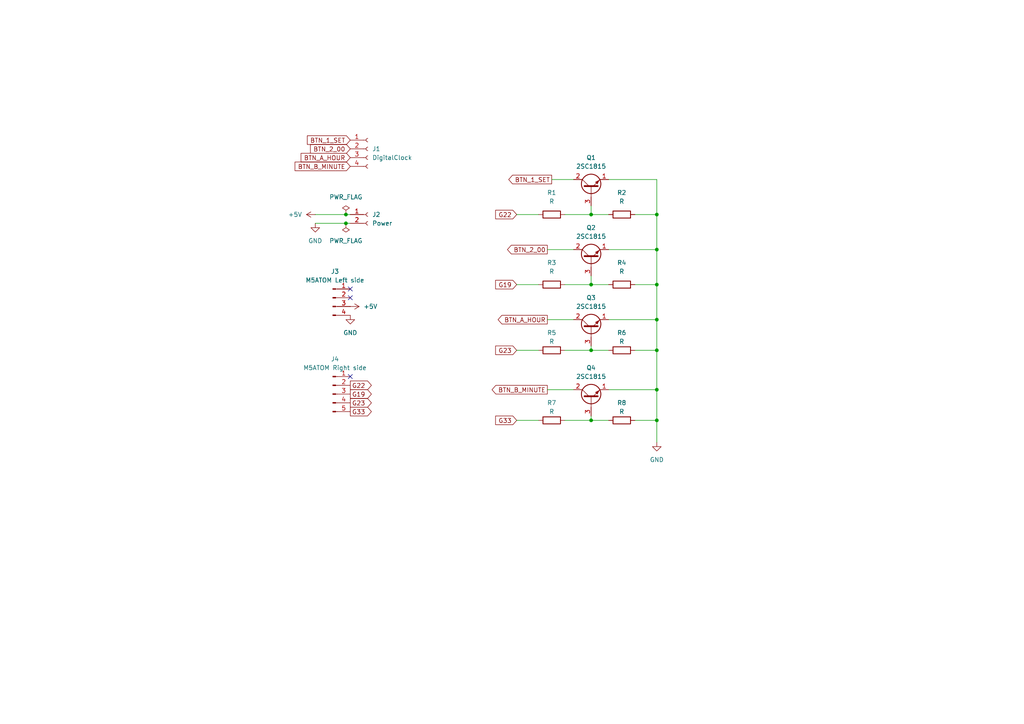
<source format=kicad_sch>
(kicad_sch (version 20250114) (generator "eeschema") (generator_version "9.0")
  (paper "A4")
  (lib_symbols
    (symbol "Connector:Conn_01x02_Socket" (pin_names (offset 1.016) (hide yes))
      (property "Reference" "J" (at 0 2.54 0))
      (property "Value" "Conn_01x02_Socket" (at 0 -5.08 0))
      (symbol "Conn_01x02_Socket_1_1"
        (polyline (pts (xy -1.27 0) (xy -0.508 0)) (stroke (width 0.1524)))
        (polyline (pts (xy -1.27 -2.54) (xy -0.508 -2.54)) (stroke (width 0.1524)))
        (arc (start 0 -0.508) (mid -0.5058 0) (end 0 0.508) (stroke (width 0.1524)))
        (arc (start 0 -3.048) (mid -0.5058 -2.54) (end 0 -2.032) (stroke (width 0.1524)))
        (pin passive line (at -5.08 0 0) (length 3.81) (name "Pin_1") (number "1"))
        (pin passive line (at -5.08 -2.54 0) (length 3.81) (name "Pin_2") (number "2"))
      )
    )
    (symbol "Connector:Conn_01x04_Pin" (pin_names (offset 1.016) (hide yes))
      (property "Reference" "J" (at 0 5.08 0))
      (property "Value" "Conn_01x04_Pin" (at 0 -7.62 0))
      (symbol "Conn_01x04_Pin_1_1"
        (rectangle (start 0.8636 2.667) (end 0 2.413) (stroke (width 0.1524)) (fill (type outline)))
        (rectangle (start 0.8636 0.127) (end 0 -0.127) (stroke (width 0.1524)) (fill (type outline)))
        (rectangle (start 0.8636 -2.413) (end 0 -2.667) (stroke (width 0.1524)) (fill (type outline)))
        (rectangle (start 0.8636 -4.953) (end 0 -5.207) (stroke (width 0.1524)) (fill (type outline)))
        (polyline (pts (xy 1.27 2.54) (xy 0.8636 2.54)) (stroke (width 0.1524)))
        (polyline (pts (xy 1.27 0) (xy 0.8636 0)) (stroke (width 0.1524)))
        (polyline (pts (xy 1.27 -2.54) (xy 0.8636 -2.54)) (stroke (width 0.1524)))
        (polyline (pts (xy 1.27 -5.08) (xy 0.8636 -5.08)) (stroke (width 0.1524)))
        (pin passive line (at 5.08 2.54 180) (length 3.81) (name "Pin_1") (number "1"))
        (pin passive line (at 5.08 0 180) (length 3.81) (name "Pin_2") (number "2"))
        (pin passive line (at 5.08 -2.54 180) (length 3.81) (name "Pin_3") (number "3"))
        (pin passive line (at 5.08 -5.08 180) (length 3.81) (name "Pin_4") (number "4"))
      )
    )
    (symbol "Connector:Conn_01x04_Socket" (pin_names (offset 1.016) (hide yes))
      (property "Reference" "J" (at 0 5.08 0))
      (property "Value" "Conn_01x04_Socket" (at 0 -7.62 0))
      (symbol "Conn_01x04_Socket_1_1"
        (polyline (pts (xy -1.27 2.54) (xy -0.508 2.54)) (stroke (width 0.1524)))
        (polyline (pts (xy -1.27 0) (xy -0.508 0)) (stroke (width 0.1524)))
        (polyline (pts (xy -1.27 -2.54) (xy -0.508 -2.54)) (stroke (width 0.1524)))
        (polyline (pts (xy -1.27 -5.08) (xy -0.508 -5.08)) (stroke (width 0.1524)))
        (arc (start 0 2.032) (mid -0.5058 2.54) (end 0 3.048) (stroke (width 0.1524)))
        (arc (start 0 -0.508) (mid -0.5058 0) (end 0 0.508) (stroke (width 0.1524)))
        (arc (start 0 -3.048) (mid -0.5058 -2.54) (end 0 -2.032) (stroke (width 0.1524)))
        (arc (start 0 -5.588) (mid -0.5058 -5.08) (end 0 -4.572) (stroke (width 0.1524)))
        (pin passive line (at -5.08 2.54 0) (length 3.81) (name "Pin_1") (number "1"))
        (pin passive line (at -5.08 0 0) (length 3.81) (name "Pin_2") (number "2"))
        (pin passive line (at -5.08 -2.54 0) (length 3.81) (name "Pin_3") (number "3"))
        (pin passive line (at -5.08 -5.08 0) (length 3.81) (name "Pin_4") (number "4"))
      )
    )
    (symbol "Connector:Conn_01x05_Pin" (pin_names (offset 1.016) (hide yes))
      (property "Reference" "J" (at 0 7.62 0))
      (property "Value" "Conn_01x05_Pin" (at 0 -7.62 0))
      (symbol "Conn_01x05_Pin_1_1"
        (rectangle (start 0.8636 5.207) (end 0 4.953) (stroke (width 0.1524)) (fill (type outline)))
        (rectangle (start 0.8636 2.667) (end 0 2.413) (stroke (width 0.1524)) (fill (type outline)))
        (rectangle (start 0.8636 0.127) (end 0 -0.127) (stroke (width 0.1524)) (fill (type outline)))
        (rectangle (start 0.8636 -2.413) (end 0 -2.667) (stroke (width 0.1524)) (fill (type outline)))
        (rectangle (start 0.8636 -4.953) (end 0 -5.207) (stroke (width 0.1524)) (fill (type outline)))
        (polyline (pts (xy 1.27 5.08) (xy 0.8636 5.08)) (stroke (width 0.1524)))
        (polyline (pts (xy 1.27 2.54) (xy 0.8636 2.54)) (stroke (width 0.1524)))
        (polyline (pts (xy 1.27 0) (xy 0.8636 0)) (stroke (width 0.1524)))
        (polyline (pts (xy 1.27 -2.54) (xy 0.8636 -2.54)) (stroke (width 0.1524)))
        (polyline (pts (xy 1.27 -5.08) (xy 0.8636 -5.08)) (stroke (width 0.1524)))
        (pin passive line (at 5.08 5.08 180) (length 3.81) (name "Pin_1") (number "1"))
        (pin passive line (at 5.08 2.54 180) (length 3.81) (name "Pin_2") (number "2"))
        (pin passive line (at 5.08 0 180) (length 3.81) (name "Pin_3") (number "3"))
        (pin passive line (at 5.08 -2.54 180) (length 3.81) (name "Pin_4") (number "4"))
        (pin passive line (at 5.08 -5.08 180) (length 3.81) (name "Pin_5") (number "5"))
      )
    )
    (symbol "Device:R" (pin_numbers (hide yes)) (pin_names (offset 0))
      (property "Reference" "R" (at 2.032 0 90))
      (property "Value" "R" (at 0 0 90))
      (symbol "R_0_1"
        (rectangle (start -1.016 -2.54) (end 1.016 2.54) (stroke (width 0.254)))
      )
      (symbol "R_1_1"
        (pin passive line (at 0 3.81 270) (length 1.27) (name "~") (number "1"))
        (pin passive line (at 0 -3.81 90) (length 1.27) (name "~") (number "2"))
      )
    )
    (symbol "Transistor_BJT:2SC1815" (pin_names (offset 0) (hide yes))
      (property "Reference" "Q" (at 5.08 1.905 0))
      (property "Value" "2SC1815" (at 5.08 0 0))
      (symbol "2SC1815_0_1"
        (polyline (pts (xy -2.54 0) (xy 0.635 0)))
        (polyline (pts (xy 0.635 1.905) (xy 0.635 -1.905)) (stroke (width 0.508)))
        (circle (center 1.27 0) (radius 2.8194) (stroke (width 0.254)))
      )
      (symbol "2SC1815_1_1"
        (polyline (pts (xy 0.635 0.635) (xy 2.54 2.54)))
        (polyline (pts (xy 0.635 -0.635) (xy 2.54 -2.54)))
        (polyline (pts (xy 1.27 -1.778) (xy 1.778 -1.27) (xy 2.286 -2.286) (xy 1.27 -1.778)) (fill (type outline)))
        (pin input line (at -5.08 0 0) (length 2.54) (name "B") (number "3"))
        (pin passive line (at 2.54 5.08 270) (length 2.54) (name "C") (number "2"))
        (pin passive line (at 2.54 -5.08 90) (length 2.54) (name "E") (number "1"))
      )
    )
    (symbol "power:+5V" (power) (pin_numbers (hide yes)) (pin_names (offset 0) (hide yes))
      (property "Value" "+5V" (at 0 3.556 0))
      (symbol "+5V_0_1"
        (polyline (pts (xy -0.762 1.27) (xy 0 2.54)))
        (polyline (pts (xy 0 2.54) (xy 0.762 1.27)))
        (polyline (pts (xy 0 0) (xy 0 2.54)))
      )
      (symbol "+5V_1_1"
        (pin power_in line (at 0 0 90) (length 0) (name "~") (number "1"))
      )
    )
    (symbol "power:GND" (power) (pin_numbers (hide yes)) (pin_names (offset 0) (hide yes))
      (property "Value" "GND" (at 0 -3.81 0))
      (symbol "GND_0_1"
        (polyline (pts (xy 0 0) (xy 0 -1.27) (xy 1.27 -1.27) (xy 0 -2.54) (xy -1.27 -1.27) (xy 0 -1.27)))
      )
      (symbol "GND_1_1"
        (pin power_in line (at 0 0 270) (length 0) (name "~") (number "1"))
      )
    )
    (symbol "power:PWR_FLAG" (power) (pin_numbers (hide yes)) (pin_names (offset 0) (hide yes))
      (property "Value" "PWR_FLAG" (at 0 3.81 0))
      (symbol "PWR_FLAG_0_0"
        (pin power_out line (at 0 0 90) (length 0) (name "~") (number "1"))
      )
      (symbol "PWR_FLAG_0_1"
        (polyline (pts (xy 0 0) (xy 0 1.27) (xy -1.016 1.905) (xy 0 2.54) (xy 1.016 1.905) (xy 0 1.27)))
      )
    )
  )
  (junction (at 100.33 64.77))
  (junction (at 190.5 101.6))
  (junction (at 171.45 82.55))
  (junction (at 171.45 62.23))
  (junction (at 171.45 121.92))
  (junction (at 171.45 101.6))
  (junction (at 190.5 72.39))
  (junction (at 190.5 121.92))
  (junction (at 190.5 92.71))
  (junction (at 190.5 62.23))
  (junction (at 190.5 82.55))
  (junction (at 190.5 113.03))
  (junction (at 100.33 62.23))
  (no_connect (at 101.6 83.82))
  (no_connect (at 101.6 109.22))
  (no_connect (at 101.6 86.36))
  (wire (pts (xy 171.45 101.6) (xy 176.53 101.6)))
  (wire (pts (xy 190.5 121.92) (xy 190.5 128.27)))
  (wire (pts (xy 171.45 80.01) (xy 171.45 82.55)))
  (wire (pts (xy 91.44 62.23) (xy 100.33 62.23)))
  (wire (pts (xy 163.83 82.55) (xy 171.45 82.55)))
  (wire (pts (xy 190.5 72.39) (xy 190.5 82.55)))
  (wire (pts (xy 160.02 52.07) (xy 166.37 52.07)))
  (wire (pts (xy 176.53 72.39) (xy 190.5 72.39)))
  (wire (pts (xy 158.75 72.39) (xy 166.37 72.39)))
  (wire (pts (xy 190.5 62.23) (xy 190.5 72.39)))
  (wire (pts (xy 190.5 52.07) (xy 190.5 62.23)))
  (wire (pts (xy 190.5 113.03) (xy 190.5 121.92)))
  (wire (pts (xy 149.86 82.55) (xy 156.21 82.55)))
  (wire (pts (xy 163.83 62.23) (xy 171.45 62.23)))
  (wire (pts (xy 176.53 92.71) (xy 190.5 92.71)))
  (wire (pts (xy 190.5 101.6) (xy 190.5 113.03)))
  (wire (pts (xy 149.86 101.6) (xy 156.21 101.6)))
  (wire (pts (xy 171.45 59.69) (xy 171.45 62.23)))
  (wire (pts (xy 91.44 64.77) (xy 100.33 64.77)))
  (wire (pts (xy 149.86 121.92) (xy 156.21 121.92)))
  (wire (pts (xy 171.45 121.92) (xy 176.53 121.92)))
  (wire (pts (xy 171.45 62.23) (xy 176.53 62.23)))
  (wire (pts (xy 171.45 120.65) (xy 171.45 121.92)))
  (wire (pts (xy 184.15 121.92) (xy 190.5 121.92)))
  (wire (pts (xy 163.83 121.92) (xy 171.45 121.92)))
  (wire (pts (xy 184.15 62.23) (xy 190.5 62.23)))
  (wire (pts (xy 184.15 82.55) (xy 190.5 82.55)))
  (wire (pts (xy 171.45 100.33) (xy 171.45 101.6)))
  (wire (pts (xy 149.86 62.23) (xy 156.21 62.23)))
  (wire (pts (xy 190.5 82.55) (xy 190.5 92.71)))
  (wire (pts (xy 176.53 52.07) (xy 190.5 52.07)))
  (wire (pts (xy 184.15 101.6) (xy 190.5 101.6)))
  (wire (pts (xy 176.53 113.03) (xy 190.5 113.03)))
  (wire (pts (xy 158.75 113.03) (xy 166.37 113.03)))
  (wire (pts (xy 163.83 101.6) (xy 171.45 101.6)))
  (wire (pts (xy 100.33 62.23) (xy 101.6 62.23)))
  (wire (pts (xy 190.5 92.71) (xy 190.5 101.6)))
  (wire (pts (xy 171.45 82.55) (xy 176.53 82.55)))
  (wire (pts (xy 158.75 92.71) (xy 166.37 92.71)))
  (wire (pts (xy 100.33 64.77) (xy 101.6 64.77)))
  (global_label "G33" (shape output) (at 101.6 119.38 0) (property "Intersheetrefs" "${INTERSHEET_REFS}" (effects (hide yes))))
  (global_label "BTN_2_00" (shape output) (at 158.75 72.39 180) (property "Intersheetrefs" "${INTERSHEET_REFS}" (effects (hide yes))))
  (global_label "G22" (shape input) (at 149.86 62.23 180) (property "Intersheetrefs" "${INTERSHEET_REFS}" (effects (hide yes))))
  (global_label "BTN_2_00" (shape input) (at 101.6 43.18 180) (property "Intersheetrefs" "${INTERSHEET_REFS}" (effects (hide yes))))
  (global_label "BTN_A_HOUR" (shape output) (at 158.75 92.71 180) (property "Intersheetrefs" "${INTERSHEET_REFS}" (effects (hide yes))))
  (global_label "BTN_A_HOUR" (shape input) (at 101.6 45.72 180) (property "Intersheetrefs" "${INTERSHEET_REFS}" (effects (hide yes))))
  (global_label "BTN_B_MINUTE" (shape output) (at 158.75 113.03 180) (property "Intersheetrefs" "${INTERSHEET_REFS}" (effects (hide yes))))
  (global_label "BTN_B_MINUTE" (shape input) (at 101.6 48.26 180) (property "Intersheetrefs" "${INTERSHEET_REFS}" (effects (hide yes))))
  (global_label "G33" (shape input) (at 149.86 121.92 180) (property "Intersheetrefs" "${INTERSHEET_REFS}" (effects (hide yes))))
  (global_label "G19" (shape input) (at 149.86 82.55 180) (property "Intersheetrefs" "${INTERSHEET_REFS}" (effects (hide yes))))
  (global_label "G23" (shape output) (at 101.6 116.84 0) (property "Intersheetrefs" "${INTERSHEET_REFS}" (effects (hide yes))))
  (global_label "BTN_1_SET" (shape input) (at 101.6 40.64 180) (property "Intersheetrefs" "${INTERSHEET_REFS}" (effects (hide yes))))
  (global_label "G22" (shape output) (at 101.6 111.76 0) (property "Intersheetrefs" "${INTERSHEET_REFS}" (effects (hide yes))))
  (global_label "BTN_1_SET" (shape output) (at 160.02 52.07 180) (property "Intersheetrefs" "${INTERSHEET_REFS}" (effects (hide yes))))
  (global_label "G19" (shape output) (at 101.6 114.3 0) (property "Intersheetrefs" "${INTERSHEET_REFS}" (effects (hide yes))))
  (global_label "G23" (shape input) (at 149.86 101.6 180) (property "Intersheetrefs" "${INTERSHEET_REFS}" (effects (hide yes))))
  (symbol (lib_id "power:+5V") (at 101.6 88.9 270) (unit 1)
    (property "Reference" "#PWR03" (effects (hide yes)))
    (property "Value" "+5V" (at 105.41 88.8999 90) (effects (justify left)))
    (property "Description" "Power symbol creates a global label with name \"+5V\"" (effects (hide yes)))
  )
  (symbol (lib_id "power:+5V") (at 91.44 62.23 90) (unit 1)
    (property "Reference" "#PWR01" (effects (hide yes)))
    (property "Value" "+5V" (at 87.63 62.2299 90) (effects (justify left)))
    (property "Description" "Power symbol creates a global label with name \"+5V\"" (effects (hide yes)))
  )
  (symbol (lib_id "power:GND") (at 91.44 64.77 0) (unit 1)
    (property "Reference" "#PWR02" (effects (hide yes)))
    (property "Value" "GND" (at 91.44 69.85 0))
    (property "Description" "Power symbol creates a global label with name \"GND\" , ground" (effects (hide yes)))
  )
  (symbol (lib_id "Connector:Conn_01x05_Pin") (at 96.52 114.3 0) (unit 1)
    (property "Reference" "J4" (at 97.155 104.14 0))
    (property "Value" "M5ATOM Right side" (at 97.155 106.68 0))
    (property "Footprint" "Connector_PinHeader_2.54mm:PinHeader_1x05_P2.54mm_Vertical" (effects (hide yes)))
    (property "Description" "Generic connector, single row, 01x05, script generated" (effects (hide yes)))
  )
  (symbol (lib_id "Device:R") (at 160.02 82.55 90) (unit 1)
    (property "Reference" "R3" (at 160.02 76.2 90))
    (property "Value" "R" (at 160.02 78.74 90))
    (property "Footprint" "Resistor_THT:R_Axial_DIN0207_L6.3mm_D2.5mm_P10.16mm_Horizontal" (effects (hide yes)))
    (property "Description" "Resistor" (effects (hide yes)))
  )
  (symbol (lib_id "power:PWR_FLAG") (at 100.33 62.23 0) (unit 1)
    (property "Reference" "#FLG01" (effects (hide yes)))
    (property "Value" "PWR_FLAG" (at 100.33 57.15 0))
    (property "Description" "Special symbol for telling ERC where power comes from" (effects (hide yes)))
  )
  (symbol (lib_id "Transistor_BJT:2SC1815") (at 171.45 74.93 90) (unit 1)
    (property "Reference" "Q2" (at 171.45 66.04 90))
    (property "Value" "2SC1815" (at 171.45 68.58 90))
    (property "Footprint" "Package_TO_SOT_THT:TO-92_Inline_Wide" (effects (hide yes)))
    (property "Datasheet" "https://media.digikey.com/pdf/Data%20Sheets/Toshiba%20PDFs/2SC1815.pdf" (effects (hide yes)))
    (property "Description" "0.15A Ic, 50V Vce, Low Noise Audio NPN Transistor, TO-92" (effects (hide yes)))
  )
  (symbol (lib_id "power:GND") (at 190.5 128.27 0) (unit 1)
    (property "Reference" "#PWR05" (effects (hide yes)))
    (property "Value" "GND" (at 190.5 133.35 0))
    (property "Description" "Power symbol creates a global label with name \"GND\" , ground" (effects (hide yes)))
  )
  (symbol (lib_id "Device:R") (at 160.02 121.92 90) (unit 1)
    (property "Reference" "R7" (at 160.02 116.84 90))
    (property "Value" "R" (at 160.02 119.38 90))
    (property "Footprint" "Resistor_THT:R_Axial_DIN0207_L6.3mm_D2.5mm_P10.16mm_Horizontal" (effects (hide yes)))
    (property "Description" "Resistor" (effects (hide yes)))
  )
  (symbol (lib_id "Connector:Conn_01x02_Socket") (at 106.68 62.23 0) (unit 1)
    (property "Reference" "J2" (at 107.95 62.2299 0) (effects (justify left)))
    (property "Value" "Power" (at 107.95 64.7699 0) (effects (justify left)))
    (property "Footprint" "Connector_JST:JST_XH_B2B-XH-A_1x02_P2.50mm_Vertical" (effects (hide yes)))
    (property "Description" "Generic connector, single row, 01x02, script generated" (effects (hide yes)))
  )
  (symbol (lib_id "Device:R") (at 160.02 101.6 90) (unit 1)
    (property "Reference" "R5" (at 160.02 96.52 90))
    (property "Value" "R" (at 160.02 99.06 90))
    (property "Footprint" "Resistor_THT:R_Axial_DIN0207_L6.3mm_D2.5mm_P10.16mm_Horizontal" (effects (hide yes)))
    (property "Description" "Resistor" (effects (hide yes)))
  )
  (symbol (lib_id "Device:R") (at 180.34 62.23 90) (unit 1)
    (property "Reference" "R2" (at 180.34 55.88 90))
    (property "Value" "R" (at 180.34 58.42 90))
    (property "Footprint" "Resistor_THT:R_Axial_DIN0204_L3.6mm_D1.6mm_P5.08mm_Vertical" (effects (hide yes)))
    (property "Description" "Resistor" (effects (hide yes)))
  )
  (symbol (lib_id "power:PWR_FLAG") (at 100.33 64.77 180) (unit 1)
    (property "Reference" "#FLG02" (effects (hide yes)))
    (property "Value" "PWR_FLAG" (at 100.33 69.85 0))
    (property "Description" "Special symbol for telling ERC where power comes from" (effects (hide yes)))
  )
  (symbol (lib_id "Transistor_BJT:2SC1815") (at 171.45 115.57 90) (unit 1)
    (property "Reference" "Q4" (at 171.45 106.68 90))
    (property "Value" "2SC1815" (at 171.45 109.22 90))
    (property "Footprint" "Package_TO_SOT_THT:TO-92_Inline_Wide" (effects (hide yes)))
    (property "Datasheet" "https://media.digikey.com/pdf/Data%20Sheets/Toshiba%20PDFs/2SC1815.pdf" (effects (hide yes)))
    (property "Description" "0.15A Ic, 50V Vce, Low Noise Audio NPN Transistor, TO-92" (effects (hide yes)))
  )
  (symbol (lib_id "power:GND") (at 101.6 91.44 0) (unit 1)
    (property "Reference" "#PWR04" (effects (hide yes)))
    (property "Value" "GND" (at 101.6 96.52 0))
    (property "Description" "Power symbol creates a global label with name \"GND\" , ground" (effects (hide yes)))
  )
  (symbol (lib_id "Transistor_BJT:2SC1815") (at 171.45 95.25 90) (unit 1)
    (property "Reference" "Q3" (at 171.45 86.36 90))
    (property "Value" "2SC1815" (at 171.45 88.9 90))
    (property "Footprint" "Package_TO_SOT_THT:TO-92_Inline_Wide" (effects (hide yes)))
    (property "Datasheet" "https://media.digikey.com/pdf/Data%20Sheets/Toshiba%20PDFs/2SC1815.pdf" (effects (hide yes)))
    (property "Description" "0.15A Ic, 50V Vce, Low Noise Audio NPN Transistor, TO-92" (effects (hide yes)))
  )
  (symbol (lib_id "Device:R") (at 180.34 121.92 90) (unit 1)
    (property "Reference" "R8" (at 180.34 116.84 90))
    (property "Value" "R" (at 180.34 119.38 90))
    (property "Footprint" "Resistor_THT:R_Axial_DIN0204_L3.6mm_D1.6mm_P5.08mm_Vertical" (effects (hide yes)))
    (property "Description" "Resistor" (effects (hide yes)))
  )
  (symbol (lib_id "Device:R") (at 160.02 62.23 90) (unit 1)
    (property "Reference" "R1" (at 160.02 55.88 90))
    (property "Value" "R" (at 160.02 58.42 90))
    (property "Footprint" "Resistor_THT:R_Axial_DIN0207_L6.3mm_D2.5mm_P10.16mm_Horizontal" (effects (hide yes)))
    (property "Description" "Resistor" (effects (hide yes)))
  )
  (symbol (lib_id "Connector:Conn_01x04_Socket") (at 106.68 43.18 0) (unit 1)
    (property "Reference" "J1" (at 107.95 43.1799 0) (effects (justify left)))
    (property "Value" "DigitalClock" (at 107.95 45.7199 0) (effects (justify left)))
    (property "Footprint" "Connector_JST:JST_XH_B4B-XH-A_1x04_P2.50mm_Vertical" (effects (hide yes)))
    (property "Description" "Generic connector, single row, 01x04, script generated" (effects (hide yes)))
  )
  (symbol (lib_id "Transistor_BJT:2SC1815") (at 171.45 54.61 90) (unit 1)
    (property "Reference" "Q1" (at 171.45 45.72 90))
    (property "Value" "2SC1815" (at 171.45 48.26 90))
    (property "Footprint" "Package_TO_SOT_THT:TO-92_Inline_Wide" (effects (hide yes)))
    (property "Datasheet" "https://media.digikey.com/pdf/Data%20Sheets/Toshiba%20PDFs/2SC1815.pdf" (effects (hide yes)))
    (property "Description" "0.15A Ic, 50V Vce, Low Noise Audio NPN Transistor, TO-92" (effects (hide yes)))
  )
  (symbol (lib_id "Device:R") (at 180.34 82.55 90) (unit 1)
    (property "Reference" "R4" (at 180.34 76.2 90))
    (property "Value" "R" (at 180.34 78.74 90))
    (property "Footprint" "Resistor_THT:R_Axial_DIN0204_L3.6mm_D1.6mm_P5.08mm_Vertical" (effects (hide yes)))
    (property "Description" "Resistor" (effects (hide yes)))
  )
  (symbol (lib_id "Connector:Conn_01x04_Pin") (at 96.52 86.36 0) (unit 1)
    (property "Reference" "J3" (at 97.155 78.74 0))
    (property "Value" "M5ATOM Left side" (at 97.155 81.28 0))
    (property "Footprint" "Connector_PinHeader_2.54mm:PinHeader_1x04_P2.54mm_Vertical" (effects (hide yes)))
    (property "Description" "Generic connector, single row, 01x04, script generated" (effects (hide yes)))
  )
  (symbol (lib_id "Device:R") (at 180.34 101.6 90) (unit 1)
    (property "Reference" "R6" (at 180.34 96.52 90))
    (property "Value" "R" (at 180.34 99.06 90))
    (property "Footprint" "Resistor_THT:R_Axial_DIN0204_L3.6mm_D1.6mm_P5.08mm_Vertical" (effects (hide yes)))
    (property "Description" "Resistor" (effects (hide yes)))
  )
)
</source>
